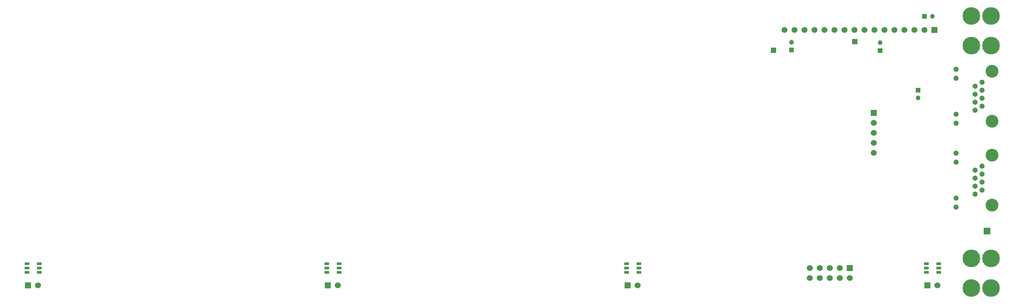
<source format=gbs>
G04 (created by PCBNEW (2013-07-07 BZR 4022)-stable) date 23/04/2014 17:50:20*
%MOIN*%
G04 Gerber Fmt 3.4, Leading zero omitted, Abs format*
%FSLAX34Y34*%
G01*
G70*
G90*
G04 APERTURE LIST*
%ADD10C,0.006*%
%ADD11C,0.052*%
%ADD12C,0.128*%
%ADD13R,0.055X0.055*%
%ADD14R,0.06X0.06*%
%ADD15C,0.06*%
%ADD16R,0.0511811X0.0275591*%
%ADD17C,0.0472441*%
%ADD18R,0.0472441X0.0472441*%
%ADD19C,0.177165*%
%ADD20C,0.0590551*%
%ADD21R,0.0669291X0.0669291*%
%ADD22R,0.0590551X0.0590551*%
G04 APERTURE END LIST*
G54D10*
G54D11*
X93515Y-14695D03*
X93515Y-15595D03*
X93515Y-19195D03*
X93515Y-20095D03*
X95415Y-18795D03*
X95415Y-17995D03*
X95415Y-17195D03*
X95415Y-16395D03*
X96115Y-17595D03*
X96115Y-16795D03*
X96115Y-18395D03*
X96115Y-15995D03*
G54D12*
X97115Y-14895D03*
X97115Y-19895D03*
G54D11*
X93515Y-6295D03*
X93515Y-7195D03*
X93515Y-10795D03*
X93515Y-11695D03*
X95415Y-10395D03*
X95415Y-9595D03*
X95415Y-8795D03*
X95415Y-7995D03*
X96115Y-9195D03*
X96115Y-8395D03*
X96115Y-9995D03*
X96115Y-7595D03*
G54D12*
X97115Y-6495D03*
X97115Y-11495D03*
G54D13*
X75250Y-4400D03*
G54D14*
X82875Y-26195D03*
G54D15*
X82875Y-27195D03*
X81875Y-26195D03*
X81875Y-27195D03*
X80875Y-26195D03*
X80875Y-27195D03*
X79875Y-26195D03*
X79875Y-27195D03*
X78875Y-26195D03*
X78875Y-27195D03*
G54D14*
X60657Y-27940D03*
G54D15*
X61657Y-27940D03*
G54D14*
X657Y-27940D03*
G54D15*
X1657Y-27940D03*
G54D14*
X30657Y-27940D03*
G54D15*
X31657Y-27940D03*
G54D14*
X90657Y-27940D03*
G54D15*
X91657Y-27940D03*
G54D16*
X91767Y-25766D03*
X91767Y-26200D03*
X91767Y-26633D03*
X90546Y-26633D03*
X90546Y-26200D03*
X90546Y-25766D03*
X61767Y-25766D03*
X61767Y-26200D03*
X61767Y-26633D03*
X60546Y-26633D03*
X60546Y-26200D03*
X60546Y-25766D03*
X1767Y-25766D03*
X1767Y-26200D03*
X1767Y-26633D03*
X546Y-26633D03*
X546Y-26200D03*
X546Y-25766D03*
X31767Y-25766D03*
X31767Y-26200D03*
X31767Y-26633D03*
X30546Y-26633D03*
X30546Y-26200D03*
X30546Y-25766D03*
G54D17*
X85920Y-3656D03*
G54D18*
X85920Y-4443D03*
G54D17*
X89700Y-9193D03*
G54D18*
X89700Y-8406D03*
G54D17*
X77050Y-3606D03*
G54D18*
X77050Y-4393D03*
G54D17*
X91143Y-1000D03*
G54D18*
X90356Y-1000D03*
G54D19*
X97004Y-993D03*
X97004Y-3946D03*
X95035Y-993D03*
X95035Y-3946D03*
X97004Y-25248D03*
X97004Y-28201D03*
X95035Y-25248D03*
X95035Y-28201D03*
G54D13*
X83370Y-3550D03*
G54D14*
X85285Y-10670D03*
G54D15*
X85285Y-11670D03*
X85285Y-12670D03*
X85285Y-13670D03*
G54D20*
X85285Y-14670D03*
G54D21*
X96610Y-22520D03*
G54D20*
X77354Y-2373D03*
X76354Y-2373D03*
X81354Y-2373D03*
X80354Y-2373D03*
X79354Y-2373D03*
X84354Y-2373D03*
X83354Y-2373D03*
X82354Y-2373D03*
X88354Y-2373D03*
X87354Y-2373D03*
X86354Y-2373D03*
G54D22*
X91354Y-2373D03*
G54D20*
X90354Y-2373D03*
X78354Y-2373D03*
X89354Y-2373D03*
X85354Y-2373D03*
M02*

</source>
